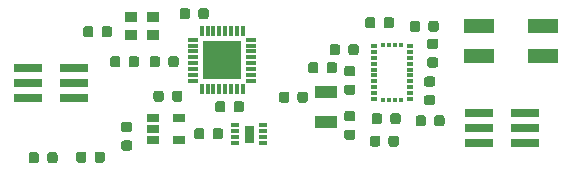
<source format=gbr>
G04 #@! TF.GenerationSoftware,KiCad,Pcbnew,(5.99.0-2415-gbbdd3fce7)*
G04 #@! TF.CreationDate,2020-07-29T10:57:10-07:00*
G04 #@! TF.ProjectId,VineHoop_V1_2,56696e65-486f-46f7-905f-56315f322e6b,rev?*
G04 #@! TF.SameCoordinates,Original*
G04 #@! TF.FileFunction,Paste,Top*
G04 #@! TF.FilePolarity,Positive*
%FSLAX46Y46*%
G04 Gerber Fmt 4.6, Leading zero omitted, Abs format (unit mm)*
G04 Created by KiCad (PCBNEW (5.99.0-2415-gbbdd3fce7)) date 2020-07-29 10:57:10*
%MOMM*%
%LPD*%
G01*
G04 APERTURE LIST*
%ADD10C,0.010000*%
%ADD11R,1.060000X0.910000*%
%ADD12R,1.900000X1.100000*%
%ADD13R,2.400000X0.760000*%
%ADD14R,2.540000X1.270000*%
%ADD15R,0.525000X0.300000*%
%ADD16R,0.300000X0.425000*%
%ADD17R,3.251200X3.251200*%
%ADD18R,0.812800X0.304800*%
%ADD19R,0.304800X0.812800*%
%ADD20R,1.060000X0.650000*%
%ADD21R,0.200000X1.000000*%
%ADD22R,0.800000X0.300000*%
G04 APERTURE END LIST*
G36*
X151811000Y-69800580D02*
G01*
X151140716Y-69800580D01*
X151140716Y-68430000D01*
X151811000Y-68430000D01*
X151811000Y-69800580D01*
G37*
D10*
X151811000Y-69800580D02*
X151140716Y-69800580D01*
X151140716Y-68430000D01*
X151811000Y-68430000D01*
X151811000Y-69800580D01*
D11*
X143328000Y-60706000D03*
X141478000Y-60706000D03*
X141478000Y-59206000D03*
X143328000Y-59206000D03*
D12*
X157988000Y-65572000D03*
X157988000Y-68072000D03*
D13*
X136652000Y-63500000D03*
X136652000Y-64770000D03*
X136652000Y-66040000D03*
X132752000Y-63500000D03*
X132752000Y-64770000D03*
X132752000Y-66040000D03*
X174842000Y-67310000D03*
X174842000Y-68580000D03*
X174842000Y-69850000D03*
X170942000Y-67310000D03*
X170942000Y-68580000D03*
X170942000Y-69850000D03*
D14*
X176402000Y-62484000D03*
X170942000Y-62484000D03*
X176402000Y-59944000D03*
X170942000Y-59944000D03*
G36*
G01*
X137708500Y-70823750D02*
X137708500Y-71336250D01*
G75*
G02*
X137489750Y-71555000I-218750J0D01*
G01*
X137052250Y-71555000D01*
G75*
G02*
X136833500Y-71336250I0J218750D01*
G01*
X136833500Y-70823750D01*
G75*
G02*
X137052250Y-70605000I218750J0D01*
G01*
X137489750Y-70605000D01*
G75*
G02*
X137708500Y-70823750I0J-218750D01*
G01*
G37*
G36*
G01*
X139283500Y-70823750D02*
X139283500Y-71336250D01*
G75*
G02*
X139064750Y-71555000I-218750J0D01*
G01*
X138627250Y-71555000D01*
G75*
G02*
X138408500Y-71336250I0J218750D01*
G01*
X138408500Y-70823750D01*
G75*
G02*
X138627250Y-70605000I218750J0D01*
G01*
X139064750Y-70605000D01*
G75*
G02*
X139283500Y-70823750I0J-218750D01*
G01*
G37*
G36*
G01*
X134398500Y-71376250D02*
X134398500Y-70863750D01*
G75*
G02*
X134617250Y-70645000I218750J0D01*
G01*
X135054750Y-70645000D01*
G75*
G02*
X135273500Y-70863750I0J-218750D01*
G01*
X135273500Y-71376250D01*
G75*
G02*
X135054750Y-71595000I-218750J0D01*
G01*
X134617250Y-71595000D01*
G75*
G02*
X134398500Y-71376250I0J218750D01*
G01*
G37*
G36*
G01*
X132823500Y-71376250D02*
X132823500Y-70863750D01*
G75*
G02*
X133042250Y-70645000I218750J0D01*
G01*
X133479750Y-70645000D01*
G75*
G02*
X133698500Y-70863750I0J-218750D01*
G01*
X133698500Y-71376250D01*
G75*
G02*
X133479750Y-71595000I-218750J0D01*
G01*
X133042250Y-71595000D01*
G75*
G02*
X132823500Y-71376250I0J218750D01*
G01*
G37*
G36*
G01*
X162591000Y-69466750D02*
X162591000Y-69979250D01*
G75*
G02*
X162372250Y-70198000I-218750J0D01*
G01*
X161934750Y-70198000D01*
G75*
G02*
X161716000Y-69979250I0J218750D01*
G01*
X161716000Y-69466750D01*
G75*
G02*
X161934750Y-69248000I218750J0D01*
G01*
X162372250Y-69248000D01*
G75*
G02*
X162591000Y-69466750I0J-218750D01*
G01*
G37*
G36*
G01*
X164166000Y-69466750D02*
X164166000Y-69979250D01*
G75*
G02*
X163947250Y-70198000I-218750J0D01*
G01*
X163509750Y-70198000D01*
G75*
G02*
X163291000Y-69979250I0J218750D01*
G01*
X163291000Y-69466750D01*
G75*
G02*
X163509750Y-69248000I218750J0D01*
G01*
X163947250Y-69248000D01*
G75*
G02*
X164166000Y-69466750I0J-218750D01*
G01*
G37*
G36*
G01*
X144647500Y-63248250D02*
X144647500Y-62735750D01*
G75*
G02*
X144866250Y-62517000I218750J0D01*
G01*
X145303750Y-62517000D01*
G75*
G02*
X145522500Y-62735750I0J-218750D01*
G01*
X145522500Y-63248250D01*
G75*
G02*
X145303750Y-63467000I-218750J0D01*
G01*
X144866250Y-63467000D01*
G75*
G02*
X144647500Y-63248250I0J218750D01*
G01*
G37*
G36*
G01*
X143072500Y-63248250D02*
X143072500Y-62735750D01*
G75*
G02*
X143291250Y-62517000I218750J0D01*
G01*
X143728750Y-62517000D01*
G75*
G02*
X143947500Y-62735750I0J-218750D01*
G01*
X143947500Y-63248250D01*
G75*
G02*
X143728750Y-63467000I-218750J0D01*
G01*
X143291250Y-63467000D01*
G75*
G02*
X143072500Y-63248250I0J218750D01*
G01*
G37*
G36*
G01*
X141294500Y-63248250D02*
X141294500Y-62735750D01*
G75*
G02*
X141513250Y-62517000I218750J0D01*
G01*
X141950750Y-62517000D01*
G75*
G02*
X142169500Y-62735750I0J-218750D01*
G01*
X142169500Y-63248250D01*
G75*
G02*
X141950750Y-63467000I-218750J0D01*
G01*
X141513250Y-63467000D01*
G75*
G02*
X141294500Y-63248250I0J218750D01*
G01*
G37*
G36*
G01*
X139719500Y-63248250D02*
X139719500Y-62735750D01*
G75*
G02*
X139938250Y-62517000I218750J0D01*
G01*
X140375750Y-62517000D01*
G75*
G02*
X140594500Y-62735750I0J-218750D01*
G01*
X140594500Y-63248250D01*
G75*
G02*
X140375750Y-63467000I-218750J0D01*
G01*
X139938250Y-63467000D01*
G75*
G02*
X139719500Y-63248250I0J218750D01*
G01*
G37*
G36*
G01*
X149484500Y-66545750D02*
X149484500Y-67058250D01*
G75*
G02*
X149265750Y-67277000I-218750J0D01*
G01*
X148828250Y-67277000D01*
G75*
G02*
X148609500Y-67058250I0J218750D01*
G01*
X148609500Y-66545750D01*
G75*
G02*
X148828250Y-66327000I218750J0D01*
G01*
X149265750Y-66327000D01*
G75*
G02*
X149484500Y-66545750I0J-218750D01*
G01*
G37*
G36*
G01*
X151059500Y-66545750D02*
X151059500Y-67058250D01*
G75*
G02*
X150840750Y-67277000I-218750J0D01*
G01*
X150403250Y-67277000D01*
G75*
G02*
X150184500Y-67058250I0J218750D01*
G01*
X150184500Y-66545750D01*
G75*
G02*
X150403250Y-66327000I218750J0D01*
G01*
X150840750Y-66327000D01*
G75*
G02*
X151059500Y-66545750I0J-218750D01*
G01*
G37*
D15*
X162021500Y-65655000D03*
X162021500Y-65155000D03*
X162021500Y-64655000D03*
X162021500Y-64155000D03*
X162021500Y-63655000D03*
X162021500Y-63155000D03*
X162021500Y-62655000D03*
X162021500Y-62155000D03*
X162021500Y-61655000D03*
D16*
X162834000Y-61592500D03*
X163334000Y-61592500D03*
X163834000Y-61592500D03*
X164334000Y-61592500D03*
D15*
X165146500Y-61655000D03*
X165146500Y-62155000D03*
X165146500Y-62655000D03*
X165146500Y-63155000D03*
X165146500Y-63655000D03*
X165146500Y-64155000D03*
X165146500Y-64655000D03*
X165146500Y-65155000D03*
X165146500Y-65655000D03*
X165146500Y-66155000D03*
D16*
X164334000Y-66217500D03*
X163834000Y-66217500D03*
X163334000Y-66217500D03*
X162834000Y-66217500D03*
D15*
X162021500Y-66155000D03*
D17*
X149225000Y-62865000D03*
D18*
X151688800Y-61112400D03*
X151688800Y-61620400D03*
X151688800Y-62103000D03*
X151688800Y-62611000D03*
X151688800Y-63119000D03*
X151688800Y-63627000D03*
X151688800Y-64109600D03*
X151688800Y-64617600D03*
D19*
X150977600Y-65328800D03*
X150469600Y-65328800D03*
X149987000Y-65328800D03*
X149479000Y-65328800D03*
X148971000Y-65328800D03*
X148463000Y-65328800D03*
X147980400Y-65328800D03*
X147472400Y-65328800D03*
D18*
X146761200Y-64617600D03*
X146761200Y-64109600D03*
X146761200Y-63627000D03*
X146761200Y-63119000D03*
X146761200Y-62611000D03*
X146761200Y-62103000D03*
X146761200Y-61620400D03*
X146761200Y-61112400D03*
D19*
X147472400Y-60401200D03*
X147980400Y-60401200D03*
X148463000Y-60401200D03*
X148971000Y-60401200D03*
X149479000Y-60401200D03*
X149987000Y-60401200D03*
X150469600Y-60401200D03*
X150977600Y-60401200D03*
D20*
X145522000Y-67725000D03*
X145522000Y-69625000D03*
X143322000Y-69625000D03*
X143322000Y-68675000D03*
X143322000Y-67725000D03*
G36*
G01*
X167285250Y-61920000D02*
X166772750Y-61920000D01*
G75*
G02*
X166554000Y-61701250I0J218750D01*
G01*
X166554000Y-61263750D01*
G75*
G02*
X166772750Y-61045000I218750J0D01*
G01*
X167285250Y-61045000D01*
G75*
G02*
X167504000Y-61263750I0J-218750D01*
G01*
X167504000Y-61701250D01*
G75*
G02*
X167285250Y-61920000I-218750J0D01*
G01*
G37*
G36*
G01*
X167285250Y-63495000D02*
X166772750Y-63495000D01*
G75*
G02*
X166554000Y-63276250I0J218750D01*
G01*
X166554000Y-62838750D01*
G75*
G02*
X166772750Y-62620000I218750J0D01*
G01*
X167285250Y-62620000D01*
G75*
G02*
X167504000Y-62838750I0J-218750D01*
G01*
X167504000Y-63276250D01*
G75*
G02*
X167285250Y-63495000I-218750J0D01*
G01*
G37*
G36*
G01*
X163443500Y-68074250D02*
X163443500Y-67561750D01*
G75*
G02*
X163662250Y-67343000I218750J0D01*
G01*
X164099750Y-67343000D01*
G75*
G02*
X164318500Y-67561750I0J-218750D01*
G01*
X164318500Y-68074250D01*
G75*
G02*
X164099750Y-68293000I-218750J0D01*
G01*
X163662250Y-68293000D01*
G75*
G02*
X163443500Y-68074250I0J218750D01*
G01*
G37*
G36*
G01*
X161868500Y-68074250D02*
X161868500Y-67561750D01*
G75*
G02*
X162087250Y-67343000I218750J0D01*
G01*
X162524750Y-67343000D01*
G75*
G02*
X162743500Y-67561750I0J-218750D01*
G01*
X162743500Y-68074250D01*
G75*
G02*
X162524750Y-68293000I-218750J0D01*
G01*
X162087250Y-68293000D01*
G75*
G02*
X161868500Y-68074250I0J218750D01*
G01*
G37*
G36*
G01*
X139008500Y-60708250D02*
X139008500Y-60195750D01*
G75*
G02*
X139227250Y-59977000I218750J0D01*
G01*
X139664750Y-59977000D01*
G75*
G02*
X139883500Y-60195750I0J-218750D01*
G01*
X139883500Y-60708250D01*
G75*
G02*
X139664750Y-60927000I-218750J0D01*
G01*
X139227250Y-60927000D01*
G75*
G02*
X139008500Y-60708250I0J218750D01*
G01*
G37*
G36*
G01*
X137433500Y-60708250D02*
X137433500Y-60195750D01*
G75*
G02*
X137652250Y-59977000I218750J0D01*
G01*
X138089750Y-59977000D01*
G75*
G02*
X138308500Y-60195750I0J-218750D01*
G01*
X138308500Y-60708250D01*
G75*
G02*
X138089750Y-60927000I-218750J0D01*
G01*
X137652250Y-60927000D01*
G75*
G02*
X137433500Y-60708250I0J218750D01*
G01*
G37*
G36*
G01*
X146487500Y-58671750D02*
X146487500Y-59184250D01*
G75*
G02*
X146268750Y-59403000I-218750J0D01*
G01*
X145831250Y-59403000D01*
G75*
G02*
X145612500Y-59184250I0J218750D01*
G01*
X145612500Y-58671750D01*
G75*
G02*
X145831250Y-58453000I218750J0D01*
G01*
X146268750Y-58453000D01*
G75*
G02*
X146487500Y-58671750I0J-218750D01*
G01*
G37*
G36*
G01*
X148062500Y-58671750D02*
X148062500Y-59184250D01*
G75*
G02*
X147843750Y-59403000I-218750J0D01*
G01*
X147406250Y-59403000D01*
G75*
G02*
X147187500Y-59184250I0J218750D01*
G01*
X147187500Y-58671750D01*
G75*
G02*
X147406250Y-58453000I218750J0D01*
G01*
X147843750Y-58453000D01*
G75*
G02*
X148062500Y-58671750I0J-218750D01*
G01*
G37*
G36*
G01*
X144265000Y-65656750D02*
X144265000Y-66169250D01*
G75*
G02*
X144046250Y-66388000I-218750J0D01*
G01*
X143608750Y-66388000D01*
G75*
G02*
X143390000Y-66169250I0J218750D01*
G01*
X143390000Y-65656750D01*
G75*
G02*
X143608750Y-65438000I218750J0D01*
G01*
X144046250Y-65438000D01*
G75*
G02*
X144265000Y-65656750I0J-218750D01*
G01*
G37*
G36*
G01*
X145840000Y-65656750D02*
X145840000Y-66169250D01*
G75*
G02*
X145621250Y-66388000I-218750J0D01*
G01*
X145183750Y-66388000D01*
G75*
G02*
X144965000Y-66169250I0J218750D01*
G01*
X144965000Y-65656750D01*
G75*
G02*
X145183750Y-65438000I218750J0D01*
G01*
X145621250Y-65438000D01*
G75*
G02*
X145840000Y-65656750I0J-218750D01*
G01*
G37*
G36*
G01*
X141376250Y-68960000D02*
X140863750Y-68960000D01*
G75*
G02*
X140645000Y-68741250I0J218750D01*
G01*
X140645000Y-68303750D01*
G75*
G02*
X140863750Y-68085000I218750J0D01*
G01*
X141376250Y-68085000D01*
G75*
G02*
X141595000Y-68303750I0J-218750D01*
G01*
X141595000Y-68741250D01*
G75*
G02*
X141376250Y-68960000I-218750J0D01*
G01*
G37*
G36*
G01*
X141376250Y-70535000D02*
X140863750Y-70535000D01*
G75*
G02*
X140645000Y-70316250I0J218750D01*
G01*
X140645000Y-69878750D01*
G75*
G02*
X140863750Y-69660000I218750J0D01*
G01*
X141376250Y-69660000D01*
G75*
G02*
X141595000Y-69878750I0J-218750D01*
G01*
X141595000Y-70316250D01*
G75*
G02*
X141376250Y-70535000I-218750J0D01*
G01*
G37*
G36*
G01*
X166513750Y-65816500D02*
X167026250Y-65816500D01*
G75*
G02*
X167245000Y-66035250I0J-218750D01*
G01*
X167245000Y-66472750D01*
G75*
G02*
X167026250Y-66691500I-218750J0D01*
G01*
X166513750Y-66691500D01*
G75*
G02*
X166295000Y-66472750I0J218750D01*
G01*
X166295000Y-66035250D01*
G75*
G02*
X166513750Y-65816500I218750J0D01*
G01*
G37*
G36*
G01*
X166513750Y-64241500D02*
X167026250Y-64241500D01*
G75*
G02*
X167245000Y-64460250I0J-218750D01*
G01*
X167245000Y-64897750D01*
G75*
G02*
X167026250Y-65116500I-218750J0D01*
G01*
X166513750Y-65116500D01*
G75*
G02*
X166295000Y-64897750I0J218750D01*
G01*
X166295000Y-64460250D01*
G75*
G02*
X166513750Y-64241500I218750J0D01*
G01*
G37*
G36*
G01*
X158058500Y-63756250D02*
X158058500Y-63243750D01*
G75*
G02*
X158277250Y-63025000I218750J0D01*
G01*
X158714750Y-63025000D01*
G75*
G02*
X158933500Y-63243750I0J-218750D01*
G01*
X158933500Y-63756250D01*
G75*
G02*
X158714750Y-63975000I-218750J0D01*
G01*
X158277250Y-63975000D01*
G75*
G02*
X158058500Y-63756250I0J218750D01*
G01*
G37*
G36*
G01*
X156483500Y-63756250D02*
X156483500Y-63243750D01*
G75*
G02*
X156702250Y-63025000I218750J0D01*
G01*
X157139750Y-63025000D01*
G75*
G02*
X157358500Y-63243750I0J-218750D01*
G01*
X157358500Y-63756250D01*
G75*
G02*
X157139750Y-63975000I-218750J0D01*
G01*
X156702250Y-63975000D01*
G75*
G02*
X156483500Y-63756250I0J218750D01*
G01*
G37*
G36*
G01*
X159187500Y-61719750D02*
X159187500Y-62232250D01*
G75*
G02*
X158968750Y-62451000I-218750J0D01*
G01*
X158531250Y-62451000D01*
G75*
G02*
X158312500Y-62232250I0J218750D01*
G01*
X158312500Y-61719750D01*
G75*
G02*
X158531250Y-61501000I218750J0D01*
G01*
X158968750Y-61501000D01*
G75*
G02*
X159187500Y-61719750I0J-218750D01*
G01*
G37*
G36*
G01*
X160762500Y-61719750D02*
X160762500Y-62232250D01*
G75*
G02*
X160543750Y-62451000I-218750J0D01*
G01*
X160106250Y-62451000D01*
G75*
G02*
X159887500Y-62232250I0J218750D01*
G01*
X159887500Y-61719750D01*
G75*
G02*
X160106250Y-61501000I218750J0D01*
G01*
X160543750Y-61501000D01*
G75*
G02*
X160762500Y-61719750I0J-218750D01*
G01*
G37*
G36*
G01*
X154886500Y-65743750D02*
X154886500Y-66256250D01*
G75*
G02*
X154667750Y-66475000I-218750J0D01*
G01*
X154230250Y-66475000D01*
G75*
G02*
X154011500Y-66256250I0J218750D01*
G01*
X154011500Y-65743750D01*
G75*
G02*
X154230250Y-65525000I218750J0D01*
G01*
X154667750Y-65525000D01*
G75*
G02*
X154886500Y-65743750I0J-218750D01*
G01*
G37*
G36*
G01*
X156461500Y-65743750D02*
X156461500Y-66256250D01*
G75*
G02*
X156242750Y-66475000I-218750J0D01*
G01*
X155805250Y-66475000D01*
G75*
G02*
X155586500Y-66256250I0J218750D01*
G01*
X155586500Y-65743750D01*
G75*
G02*
X155805250Y-65525000I218750J0D01*
G01*
X156242750Y-65525000D01*
G75*
G02*
X156461500Y-65743750I0J-218750D01*
G01*
G37*
G36*
G01*
X148406500Y-69344250D02*
X148406500Y-68831750D01*
G75*
G02*
X148625250Y-68613000I218750J0D01*
G01*
X149062750Y-68613000D01*
G75*
G02*
X149281500Y-68831750I0J-218750D01*
G01*
X149281500Y-69344250D01*
G75*
G02*
X149062750Y-69563000I-218750J0D01*
G01*
X148625250Y-69563000D01*
G75*
G02*
X148406500Y-69344250I0J218750D01*
G01*
G37*
G36*
G01*
X146831500Y-69344250D02*
X146831500Y-68831750D01*
G75*
G02*
X147050250Y-68613000I218750J0D01*
G01*
X147487750Y-68613000D01*
G75*
G02*
X147706500Y-68831750I0J-218750D01*
G01*
X147706500Y-69344250D01*
G75*
G02*
X147487750Y-69563000I-218750J0D01*
G01*
X147050250Y-69563000D01*
G75*
G02*
X146831500Y-69344250I0J218750D01*
G01*
G37*
G36*
G01*
X160260250Y-64230000D02*
X159747750Y-64230000D01*
G75*
G02*
X159529000Y-64011250I0J218750D01*
G01*
X159529000Y-63573750D01*
G75*
G02*
X159747750Y-63355000I218750J0D01*
G01*
X160260250Y-63355000D01*
G75*
G02*
X160479000Y-63573750I0J-218750D01*
G01*
X160479000Y-64011250D01*
G75*
G02*
X160260250Y-64230000I-218750J0D01*
G01*
G37*
G36*
G01*
X160260250Y-65805000D02*
X159747750Y-65805000D01*
G75*
G02*
X159529000Y-65586250I0J218750D01*
G01*
X159529000Y-65148750D01*
G75*
G02*
X159747750Y-64930000I218750J0D01*
G01*
X160260250Y-64930000D01*
G75*
G02*
X160479000Y-65148750I0J-218750D01*
G01*
X160479000Y-65586250D01*
G75*
G02*
X160260250Y-65805000I-218750J0D01*
G01*
G37*
G36*
G01*
X159747750Y-68740000D02*
X160260250Y-68740000D01*
G75*
G02*
X160479000Y-68958750I0J-218750D01*
G01*
X160479000Y-69396250D01*
G75*
G02*
X160260250Y-69615000I-218750J0D01*
G01*
X159747750Y-69615000D01*
G75*
G02*
X159529000Y-69396250I0J218750D01*
G01*
X159529000Y-68958750D01*
G75*
G02*
X159747750Y-68740000I218750J0D01*
G01*
G37*
G36*
G01*
X159747750Y-67165000D02*
X160260250Y-67165000D01*
G75*
G02*
X160479000Y-67383750I0J-218750D01*
G01*
X160479000Y-67821250D01*
G75*
G02*
X160260250Y-68040000I-218750J0D01*
G01*
X159747750Y-68040000D01*
G75*
G02*
X159529000Y-67821250I0J218750D01*
G01*
X159529000Y-67383750D01*
G75*
G02*
X159747750Y-67165000I218750J0D01*
G01*
G37*
G36*
G01*
X162884500Y-59946250D02*
X162884500Y-59433750D01*
G75*
G02*
X163103250Y-59215000I218750J0D01*
G01*
X163540750Y-59215000D01*
G75*
G02*
X163759500Y-59433750I0J-218750D01*
G01*
X163759500Y-59946250D01*
G75*
G02*
X163540750Y-60165000I-218750J0D01*
G01*
X163103250Y-60165000D01*
G75*
G02*
X162884500Y-59946250I0J218750D01*
G01*
G37*
G36*
G01*
X161309500Y-59946250D02*
X161309500Y-59433750D01*
G75*
G02*
X161528250Y-59215000I218750J0D01*
G01*
X161965750Y-59215000D01*
G75*
G02*
X162184500Y-59433750I0J-218750D01*
G01*
X162184500Y-59946250D01*
G75*
G02*
X161965750Y-60165000I-218750J0D01*
G01*
X161528250Y-60165000D01*
G75*
G02*
X161309500Y-59946250I0J218750D01*
G01*
G37*
G36*
G01*
X166661500Y-60256250D02*
X166661500Y-59743750D01*
G75*
G02*
X166880250Y-59525000I218750J0D01*
G01*
X167317750Y-59525000D01*
G75*
G02*
X167536500Y-59743750I0J-218750D01*
G01*
X167536500Y-60256250D01*
G75*
G02*
X167317750Y-60475000I-218750J0D01*
G01*
X166880250Y-60475000D01*
G75*
G02*
X166661500Y-60256250I0J218750D01*
G01*
G37*
G36*
G01*
X165086500Y-60256250D02*
X165086500Y-59743750D01*
G75*
G02*
X165305250Y-59525000I218750J0D01*
G01*
X165742750Y-59525000D01*
G75*
G02*
X165961500Y-59743750I0J-218750D01*
G01*
X165961500Y-60256250D01*
G75*
G02*
X165742750Y-60475000I-218750J0D01*
G01*
X165305250Y-60475000D01*
G75*
G02*
X165086500Y-60256250I0J218750D01*
G01*
G37*
G36*
G01*
X167161500Y-68256250D02*
X167161500Y-67743750D01*
G75*
G02*
X167380250Y-67525000I218750J0D01*
G01*
X167817750Y-67525000D01*
G75*
G02*
X168036500Y-67743750I0J-218750D01*
G01*
X168036500Y-68256250D01*
G75*
G02*
X167817750Y-68475000I-218750J0D01*
G01*
X167380250Y-68475000D01*
G75*
G02*
X167161500Y-68256250I0J218750D01*
G01*
G37*
G36*
G01*
X165586500Y-68256250D02*
X165586500Y-67743750D01*
G75*
G02*
X165805250Y-67525000I218750J0D01*
G01*
X166242750Y-67525000D01*
G75*
G02*
X166461500Y-67743750I0J-218750D01*
G01*
X166461500Y-68256250D01*
G75*
G02*
X166242750Y-68475000I-218750J0D01*
G01*
X165805250Y-68475000D01*
G75*
G02*
X165586500Y-68256250I0J218750D01*
G01*
G37*
D21*
X151476000Y-69115000D03*
D22*
X152676000Y-68365000D03*
X152676000Y-68865000D03*
X152676000Y-69365000D03*
X152676000Y-69865000D03*
X150276000Y-69865000D03*
X150276000Y-69365000D03*
X150276000Y-68865000D03*
X150276000Y-68365000D03*
M02*

</source>
